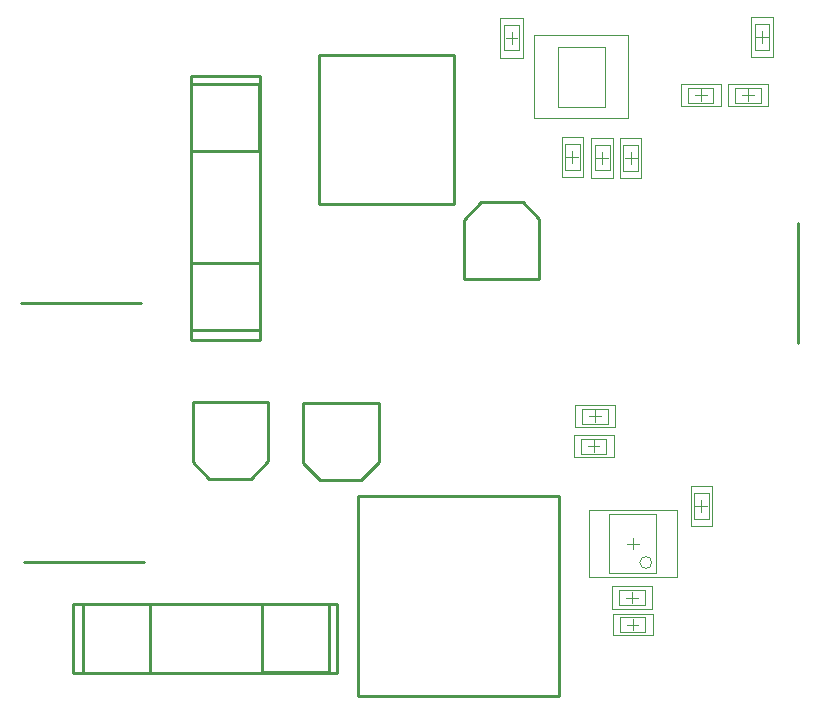
<source format=gko>
G04*
G04 #@! TF.GenerationSoftware,Altium Limited,Altium Designer,19.1.8 (144)*
G04*
G04 Layer_Color=16711935*
%FSLAX25Y25*%
%MOIN*%
G70*
G01*
G75*
%ADD12C,0.01000*%
%ADD14C,0.00394*%
%ADD16C,0.00197*%
D12*
X58181Y223780D02*
X80858D01*
X81016Y135787D02*
Y223780D01*
X58339Y135787D02*
X81016D01*
X58181D02*
Y223780D01*
X106780Y25142D02*
Y47819D01*
X18787Y24984D02*
X106780D01*
X18787D02*
Y47661D01*
Y47819D02*
X106780D01*
X58260Y198799D02*
X80937D01*
Y221299D01*
X58102Y199026D02*
Y221142D01*
X58260Y221299D02*
X80937D01*
X58339Y161604D02*
X81016D01*
X58181Y161447D02*
X58339Y161604D01*
X58181Y139331D02*
Y161447D01*
X81016Y139104D02*
Y161604D01*
X58339Y139104D02*
X81016D01*
X81799Y25063D02*
Y47740D01*
Y25063D02*
X104299D01*
X82026Y47898D02*
X104142D01*
X104299Y25063D02*
Y47740D01*
X44604Y24984D02*
Y47661D01*
X44447Y47819D02*
X44604Y47661D01*
X22331Y47819D02*
X44447D01*
X22104Y24984D02*
X44604D01*
X22104D02*
Y47661D01*
X83921Y95571D02*
Y115256D01*
X58724D02*
X83921D01*
X58724Y95177D02*
X64236Y89665D01*
X58724Y95177D02*
Y115256D01*
X78016Y89665D02*
X83921Y95571D01*
X64236Y89665D02*
X78016D01*
X120705Y95150D02*
Y114835D01*
X95508D02*
X120705D01*
X95508Y94756D02*
X101020Y89244D01*
X95508Y94756D02*
Y114835D01*
X114799Y89244D02*
X120705Y95150D01*
X101020Y89244D02*
X114799D01*
X149012Y156244D02*
Y175929D01*
Y156244D02*
X174209D01*
X168697Y181835D02*
X174209Y176323D01*
Y156244D02*
Y176323D01*
X149012Y175929D02*
X154917Y181835D01*
X168697D01*
X2500Y61847D02*
X42500D01*
X1500Y148346D02*
X41500D01*
X260563Y135000D02*
Y175000D01*
X113969Y17035D02*
Y83965D01*
X180898Y17035D02*
Y83965D01*
X113969D02*
X180898D01*
X113969Y17035D02*
X180898D01*
X100701Y181197D02*
Y230803D01*
X145976Y181197D02*
Y230803D01*
X100701Y181197D02*
X145976D01*
X100701Y230803D02*
X145976D01*
D14*
X211744Y61701D02*
G03*
X211744Y61701I-1969J0D01*
G01*
X197571Y77842D02*
X213319D01*
X197571Y58157D02*
X213319D01*
X197571D02*
Y77842D01*
X213319Y58157D02*
Y77842D01*
X196221Y213461D02*
Y233539D01*
X180472D02*
X196221D01*
X180472Y213461D02*
Y233539D01*
Y213461D02*
X196221D01*
X192736Y200874D02*
X197697D01*
X192736Y192409D02*
X197697D01*
Y200874D01*
X192736Y192409D02*
Y200874D01*
X182736Y192626D02*
X187697D01*
X182736Y201091D02*
X187697D01*
X182736Y192626D02*
Y201091D01*
X187697Y192626D02*
Y201091D01*
X202236Y192268D02*
X207197D01*
X202236Y200732D02*
X207197D01*
X202236Y192268D02*
Y200732D01*
X207197Y192268D02*
Y200732D01*
X248091Y215020D02*
Y219980D01*
X239626Y215020D02*
Y219980D01*
Y215020D02*
X248091D01*
X239626Y219980D02*
X248091D01*
X223843Y215020D02*
Y219980D01*
X232307Y215020D02*
Y219980D01*
X223843D02*
X232307D01*
X223843Y215020D02*
X232307D01*
X246020Y232626D02*
X250980D01*
X246020Y241091D02*
X250980D01*
X246020Y232626D02*
Y241091D01*
X250980Y232626D02*
Y241091D01*
X162520Y240874D02*
X167480D01*
X162520Y232409D02*
X167480D01*
Y240874D01*
X162520Y232409D02*
Y240874D01*
X197091Y108020D02*
Y112980D01*
X188626Y108020D02*
Y112980D01*
Y108020D02*
X197091D01*
X188626Y112980D02*
X197091D01*
X196591Y98020D02*
Y102980D01*
X188126Y98020D02*
Y102980D01*
Y98020D02*
X196591D01*
X188126Y102980D02*
X196591D01*
X225736Y84732D02*
X230697D01*
X225736Y76268D02*
X230697D01*
Y84732D01*
X225736Y76268D02*
Y84732D01*
X209449Y47520D02*
Y52480D01*
X200984Y47520D02*
Y52480D01*
Y47520D02*
X209449D01*
X200984Y52480D02*
X209449D01*
X209591Y38520D02*
Y43480D01*
X201126Y38520D02*
Y43480D01*
Y38520D02*
X209591D01*
X201126Y43480D02*
X209591D01*
X205445Y66031D02*
Y69968D01*
X203476Y68000D02*
X207413D01*
X172598Y237476D02*
X203701D01*
Y209917D02*
Y237476D01*
X172598Y209917D02*
X203701D01*
X172598D02*
Y237476D01*
X195217Y194673D02*
Y198610D01*
X193248Y196642D02*
X197185D01*
X185216Y194890D02*
Y198827D01*
X183248Y196858D02*
X187185D01*
X204716Y194532D02*
Y198468D01*
X202748Y196500D02*
X206685D01*
X241890Y217500D02*
X245827D01*
X243858Y215531D02*
Y219468D01*
X226106Y217500D02*
X230043D01*
X228075Y215531D02*
Y219468D01*
X248500Y234890D02*
Y238827D01*
X246532Y236858D02*
X250468D01*
X165000Y234673D02*
Y238610D01*
X163031Y236642D02*
X166969D01*
X190890Y110500D02*
X194827D01*
X192858Y108531D02*
Y112469D01*
X190390Y100500D02*
X194327D01*
X192358Y98532D02*
Y102469D01*
X228217Y78531D02*
Y82468D01*
X226248Y80500D02*
X230185D01*
X203248Y50000D02*
X207185D01*
X205217Y48031D02*
Y51968D01*
X203390Y41000D02*
X207327D01*
X205358Y39031D02*
Y42968D01*
D16*
X190878Y79024D02*
X220012D01*
X190878Y56976D02*
X220012D01*
X190878D02*
Y79024D01*
X220012Y56976D02*
Y79024D01*
X191476Y203335D02*
X198957D01*
X191476Y189949D02*
X198957D01*
Y203335D01*
X191476Y189949D02*
Y203335D01*
X181673Y190165D02*
X188760D01*
X181673Y203551D02*
X188760D01*
X181673Y190165D02*
Y203551D01*
X188760Y190165D02*
Y203551D01*
X201173Y189807D02*
X208260D01*
X201173Y203193D02*
X208260D01*
X201173Y189807D02*
Y203193D01*
X208260Y189807D02*
Y203193D01*
X250551Y213957D02*
Y221043D01*
X237165Y213957D02*
Y221043D01*
Y213957D02*
X250551D01*
X237165Y221043D02*
X250551D01*
X221382Y213760D02*
Y221240D01*
X234768Y213760D02*
Y221240D01*
X221382D02*
X234768D01*
X221382Y213760D02*
X234768D01*
X244760Y230165D02*
X252240D01*
X244760Y243551D02*
X252240D01*
X244760Y230165D02*
Y243551D01*
X252240Y230165D02*
Y243551D01*
X161260Y243335D02*
X168740D01*
X161260Y229949D02*
X168740D01*
Y243335D01*
X161260Y229949D02*
Y243335D01*
X199551Y106760D02*
Y114240D01*
X186165Y106760D02*
Y114240D01*
Y106760D02*
X199551D01*
X186165Y114240D02*
X199551D01*
X199051Y96760D02*
Y104240D01*
X185665Y96760D02*
Y104240D01*
Y96760D02*
X199051D01*
X185665Y104240D02*
X199051D01*
X224673Y87193D02*
X231760D01*
X224673Y73807D02*
X231760D01*
Y87193D01*
X224673Y73807D02*
Y87193D01*
X211910Y46260D02*
Y53740D01*
X198524Y46260D02*
Y53740D01*
Y46260D02*
X211910D01*
X198524Y53740D02*
X211910D01*
X212051Y37457D02*
Y44543D01*
X198665Y37457D02*
Y44543D01*
Y37457D02*
X212051D01*
X198665Y44543D02*
X212051D01*
M02*

</source>
